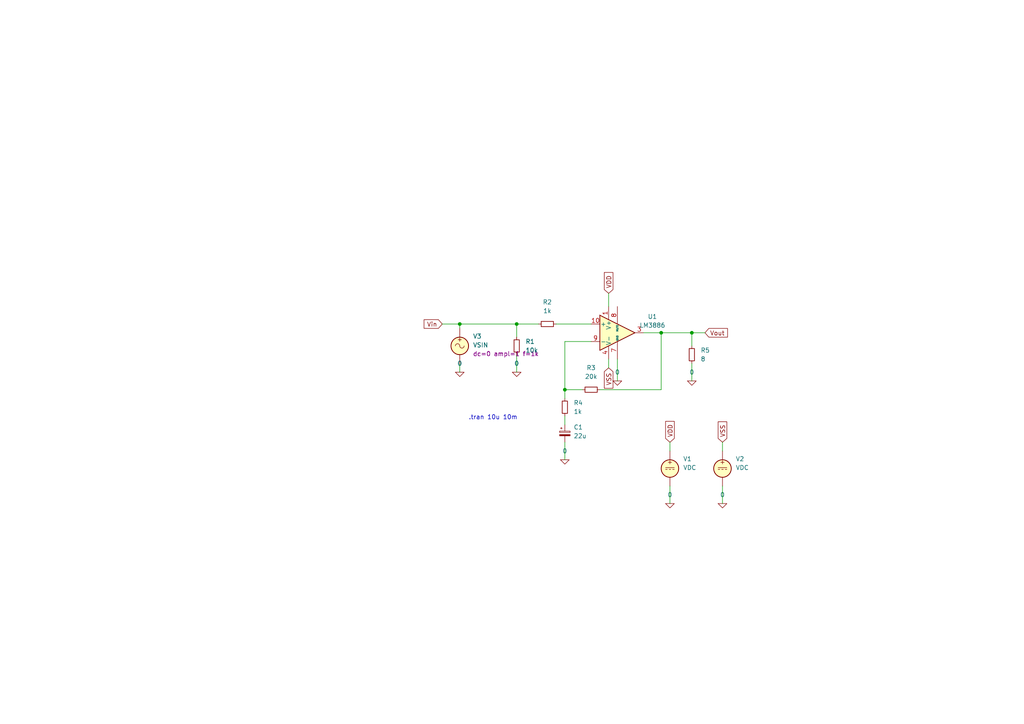
<source format=kicad_sch>
(kicad_sch (version 20230121) (generator eeschema)
  (paper "A4")
  (lib_symbols
    (symbol "Amplifier_Audio:LM3886" (pin_names (offset 0.127))
      (property "Reference" "U" (at 5.08 6.35 0))
      (property "Value" "LM3886" (at 5.08 3.81 0))
      (symbol "LM3886_0_1"
        (polyline (pts (xy -5.08 5.08) (xy 5.08 0) (xy -5.08 -5.08) (xy -5.08 5.08)) (stroke (width 0.254)) (fill (type background)))
      )
      (symbol "LM3886_1_1"
        (pin power_in line (at -2.54 7.62 270) (length 3.81) (name "V+") (number "1"))
        (pin input line (at -7.62 2.54 0) (length 2.54) (name "+") (number "10"))
        (pin no_connect line (at 2.54 2.54 270) (length 2.54) hide (name "NC") (number "11"))
        (pin no_connect line (at -2.54 2.54 270) (length 2.54) hide (name "NC") (number "2"))
        (pin output line (at 7.62 0 180) (length 2.54) (name "~") (number "3"))
        (pin power_in line (at -2.54 -7.62 90) (length 3.81) (name "V-") (number "4"))
        (pin passive line (at -2.54 7.62 270) (length 3.81) hide (name "V+") (number "5"))
        (pin no_connect line (at 0 2.54 270) (length 2.54) hide (name "NC") (number "6"))
        (pin power_in line (at 0 -7.62 90) (length 5.08) (name "GND") (number "7"))
        (pin input line (at 0 7.62 270) (length 5.08) (name "MUTE") (number "8"))
        (pin input line (at -7.62 -2.54 0) (length 2.54) (name "-") (number "9"))
      )
    )
    (symbol "Device:C_Polarized_Small" (pin_numbers hide) (pin_names (offset 0.254) hide)
      (property "Reference" "C" (at 0.254 1.778 0))
      (property "Value" "C_Polarized_Small" (at 0.254 -2.032 0))
      (symbol "C_Polarized_Small_0_1"
        (rectangle (start -1.524 -0.3048) (end 1.524 -0.6858) (fill (type outline)))
        (rectangle (start -1.524 0.6858) (end 1.524 0.3048))
        (polyline (pts (xy -1.27 1.524) (xy -0.762 1.524)))
        (polyline (pts (xy -1.016 1.27) (xy -1.016 1.778)))
      )
      (symbol "C_Polarized_Small_1_1"
        (pin passive line (at 0 2.54 270) (length 1.8542) (name "~") (number "1"))
        (pin passive line (at 0 -2.54 90) (length 1.8542) (name "~") (number "2"))
      )
    )
    (symbol "Device:R_Small" (pin_numbers hide) (pin_names (offset 0.254) hide)
      (property "Reference" "R" (at 0.762 0.508 0))
      (property "Value" "R_Small" (at 0.762 -1.016 0))
      (symbol "R_Small_0_1"
        (rectangle (start -0.762 1.778) (end 0.762 -1.778) (stroke (width 0.2032)))
      )
      (symbol "R_Small_1_1"
        (pin passive line (at 0 2.54 270) (length 0.762) (name "~") (number "1"))
        (pin passive line (at 0 -2.54 90) (length 0.762) (name "~") (number "2"))
      )
    )
    (symbol "Simulation_SPICE:VDC" (pin_numbers hide) (pin_names (offset 0.0254))
      (property "Reference" "V" (at 2.54 2.54 0))
      (property "Value" "VDC" (at 2.54 0 0))
      (property "Spice_Model" "dc(1)" (at 2.54 -2.54 0))
      (symbol "VDC_0_0"
        (polyline (pts (xy -1.27 0.254) (xy 1.27 0.254)))
        (polyline (pts (xy -0.762 -0.254) (xy -1.27 -0.254)))
        (polyline (pts (xy 0.254 -0.254) (xy -0.254 -0.254)))
        (polyline (pts (xy 1.27 -0.254) (xy 0.762 -0.254)))
        (text "+" (at 0 1.905 0) (effects (font (size 1.27 1.27))))
      )
      (symbol "VDC_0_1"
        (circle (center 0 0) (radius 2.54) (stroke (width 0.254)) (fill (type background)))
      )
      (symbol "VDC_1_1"
        (pin passive line (at 0 5.08 270) (length 2.54) (name "~") (number "1"))
        (pin passive line (at 0 -5.08 90) (length 2.54) (name "~") (number "2"))
      )
    )
    (symbol "Simulation_SPICE:VSIN" (pin_numbers hide) (pin_names (offset 0.0254))
      (property "Reference" "V" (at 2.54 2.54 0))
      (property "Value" "VSIN" (at 2.54 0 0))
      (property "Spice_Model" "sin(0 1 1k)" (at 2.54 -2.54 0))
      (symbol "VSIN_0_0"
        (arc (start 0 0) (mid -0.635 0.6323) (end -1.27 0))
        (arc (start 0 0) (mid 0.635 -0.6323) (end 1.27 0))
        (text "+" (at 0 1.905 0) (effects (font (size 1.27 1.27))))
      )
      (symbol "VSIN_0_1"
        (circle (center 0 0) (radius 2.54) (stroke (width 0.254)) (fill (type background)))
      )
      (symbol "VSIN_1_1"
        (pin passive line (at 0 5.08 270) (length 2.54) (name "~") (number "1"))
        (pin passive line (at 0 -5.08 90) (length 2.54) (name "~") (number "2"))
      )
    )
    (symbol "pspice:0" (power) (pin_names (offset 0))
      (property "Value" "0" (at 0 -1.778 0))
      (symbol "0_0_1"
        (polyline (pts (xy -1.27 0) (xy 0 -1.27) (xy 1.27 0) (xy -1.27 0)))
      )
      (symbol "0_1_1"
        (pin power_in line (at 0 0 0) (length 0) hide (name "0") (number "1"))
      )
    )
  )
  (junction (at 149.86 93.98))
  (junction (at 133.35 93.98))
  (junction (at 200.66 96.52))
  (junction (at 191.77 96.52))
  (junction (at 163.83 113.03))
  (wire (pts (xy 191.77 96.52) (xy 200.66 96.52)))
  (wire (pts (xy 176.53 104.14) (xy 176.53 106.68)))
  (wire (pts (xy 179.07 104.14) (xy 179.07 110.49)))
  (wire (pts (xy 163.83 99.06) (xy 171.45 99.06)))
  (wire (pts (xy 209.55 140.97) (xy 209.55 146.05)))
  (wire (pts (xy 194.31 140.97) (xy 194.31 146.05)))
  (wire (pts (xy 194.31 128.27) (xy 194.31 130.81)))
  (wire (pts (xy 149.86 102.87) (xy 149.86 107.95)))
  (wire (pts (xy 163.83 120.65) (xy 163.83 123.19)))
  (wire (pts (xy 191.77 113.03) (xy 173.99 113.03)))
  (wire (pts (xy 133.35 95.25) (xy 133.35 93.98)))
  (wire (pts (xy 186.69 96.52) (xy 191.77 96.52)))
  (wire (pts (xy 128.27 93.98) (xy 133.35 93.98)))
  (wire (pts (xy 163.83 113.03) (xy 163.83 115.57)))
  (wire (pts (xy 163.83 113.03) (xy 163.83 99.06)))
  (wire (pts (xy 200.66 100.33) (xy 200.66 96.52)))
  (wire (pts (xy 176.53 85.09) (xy 176.53 88.9)))
  (wire (pts (xy 133.35 105.41) (xy 133.35 107.95)))
  (wire (pts (xy 209.55 128.27) (xy 209.55 130.81)))
  (wire (pts (xy 149.86 93.98) (xy 156.21 93.98)))
  (wire (pts (xy 161.29 93.98) (xy 171.45 93.98)))
  (wire (pts (xy 163.83 128.27) (xy 163.83 133.35)))
  (wire (pts (xy 149.86 97.79) (xy 149.86 93.98)))
  (wire (pts (xy 133.35 93.98) (xy 149.86 93.98)))
  (wire (pts (xy 200.66 105.41) (xy 200.66 110.49)))
  (wire (pts (xy 168.91 113.03) (xy 163.83 113.03)))
  (wire (pts (xy 200.66 96.52) (xy 204.47 96.52)))
  (wire (pts (xy 191.77 96.52) (xy 191.77 113.03)))
  (text ".tran 10u 10m" (at 135.89 121.92 0) (effects (font (size 1.27 1.27)) (justify left bottom)))
  (global_label "Vout" (shape input) (at 204.47 96.52 0) (property "Intersheetrefs" "${INTERSHEET_REFS}" (effects hide)))
  (global_label "VDD" (shape input) (at 176.53 85.09 90) (property "Intersheetrefs" "${INTERSHEET_REFS}" (effects hide)))
  (global_label "VSS" (shape input) (at 176.53 106.68 270) (property "Intersheetrefs" "${INTERSHEET_REFS}" (effects hide)))
  (global_label "VSS" (shape input) (at 209.55 128.27 90) (property "Intersheetrefs" "${INTERSHEET_REFS}" (effects hide)))
  (global_label "VDD" (shape input) (at 194.31 128.27 90) (property "Intersheetrefs" "${INTERSHEET_REFS}" (effects hide)))
  (global_label "Vin" (shape input) (at 128.27 93.98 180) (property "Intersheetrefs" "${INTERSHEET_REFS}" (effects hide)))
  (symbol (lib_id "Amplifier_Audio:LM3886") (at 179.07 96.52 0) (unit 1)
    (property "Reference" "U1" (at 189.23 91.821 0))
    (property "Value" "LM3886" (at 189.23 94.361 0))
    (property "Footprint" "Package_TO_SOT_THT:TO-220-11_P3.4x5.08mm_StaggerOdd_Lead4.85mm_Vertical" (effects hide))
    (property "Datasheet" "http://www.ti.com/lit/ds/symlink/lm3886.pdf" (effects hide))
    (property "Sim.Library" "LM3886.lib" (effects hide))
    (property "Sim.Name" "lm3886" (effects hide))
    (property "Sim.Pins" "10=1 9=2 1=3 4=4 3=5 8=6" (effects hide))
  )
  (symbol (lib_id "pspice:0") (at 133.35 107.95 0) (unit 1)
    (property "Reference" "#GND0102" (effects hide))
    (property "Value" "0" (at 133.35 105.41 0))
  )
  (symbol (lib_id "pspice:0") (at 209.55 146.05 0) (unit 1)
    (property "Reference" "#GND0105" (effects hide))
    (property "Value" "0" (at 209.55 143.51 0))
  )
  (symbol (lib_id "Device:R_Small") (at 149.86 100.33 180) (unit 1)
    (property "Reference" "R1" (at 152.4 99.0599 0) (effects (justify right)))
    (property "Value" "10k" (at 152.4 101.5999 0) (effects (justify right)))
  )
  (symbol (lib_id "pspice:0") (at 200.66 110.49 0) (unit 1)
    (property "Reference" "#GND0106" (effects hide))
    (property "Value" "0" (at 200.66 107.95 0))
  )
  (symbol (lib_id "Device:R_Small") (at 163.83 118.11 0) (unit 1)
    (property "Reference" "R4" (at 166.37 116.8399 0) (effects (justify left)))
    (property "Value" "1k" (at 166.37 119.3799 0) (effects (justify left)))
  )
  (symbol (lib_id "Device:R_Small") (at 158.75 93.98 270) (unit 1)
    (property "Reference" "R2" (at 158.75 87.63 90))
    (property "Value" "1k" (at 158.75 90.17 90))
  )
  (symbol (lib_id "Simulation_SPICE:VDC") (at 194.31 135.89 0) (unit 1)
    (property "Reference" "V1" (at 198.12 133.1006 0) (effects (justify left)))
    (property "Value" "VDC" (at 198.12 135.6406 0) (effects (justify left)))
    (property "Sim.Device" "SPICE" (effects hide))
    (property "Sim.Params" "type=\"V\" model=\"28\" lib=\"\"" (effects hide))
    (property "Sim.Pins" "1=1 2=2" (effects hide))
  )
  (symbol (lib_id "Simulation_SPICE:VDC") (at 209.55 135.89 0) (unit 1)
    (property "Reference" "V2" (at 213.36 133.1006 0) (effects (justify left)))
    (property "Value" "VDC" (at 213.36 135.6406 0) (effects (justify left)))
    (property "Sim.Device" "SPICE" (effects hide))
    (property "Sim.Params" "type=\"V\" model=\"-28\" lib=\"\"" (effects hide))
    (property "Sim.Pins" "1=1 2=2" (effects hide))
  )
  (symbol (lib_id "Device:R_Small") (at 200.66 102.87 180) (unit 1)
    (property "Reference" "R5" (at 203.2 101.5999 0) (effects (justify right)))
    (property "Value" "8" (at 203.2 104.1399 0) (effects (justify right)))
  )
  (symbol (lib_id "Device:C_Polarized_Small") (at 163.83 125.73 0) (unit 1)
    (property "Reference" "C1" (at 166.37 123.9138 0) (effects (justify left)))
    (property "Value" "22u" (at 166.37 126.4538 0) (effects (justify left)))
  )
  (symbol (lib_id "pspice:0") (at 179.07 110.49 0) (unit 1)
    (property "Reference" "#GND0104" (effects hide))
    (property "Value" "0" (at 179.07 107.95 0))
  )
  (symbol (lib_id "pspice:0") (at 194.31 146.05 0) (unit 1)
    (property "Reference" "#GND0107" (effects hide))
    (property "Value" "0" (at 194.31 143.51 0))
  )
  (symbol (lib_id "Device:R_Small") (at 171.45 113.03 270) (unit 1)
    (property "Reference" "R3" (at 171.45 106.68 90))
    (property "Value" "20k" (at 171.45 109.22 90))
  )
  (symbol (lib_id "Simulation_SPICE:VSIN") (at 133.35 100.33 0) (unit 1)
    (property "Reference" "V3" (at 137.16 97.5406 0) (effects (justify left)))
    (property "Value" "VSIN" (at 137.16 100.0806 0) (effects (justify left)))
    (property "Sim.Device" "V" (effects hide))
    (property "Sim.Type" "SIN" (effects hide))
    (property "Sim.Params" "dc=0 ampl=1 f=1k" (at 137.16 102.6206 0) (effects (justify left)))
    (property "Sim.Pins" "1=+ 2=-" (effects hide))
  )
  (symbol (lib_id "pspice:0") (at 149.86 107.95 0) (unit 1)
    (property "Reference" "#GND0103" (effects hide))
    (property "Value" "0" (at 149.86 105.41 0))
  )
  (symbol (lib_id "pspice:0") (at 163.83 133.35 0) (unit 1)
    (property "Reference" "#GND0101" (effects hide))
    (property "Value" "0" (at 163.83 130.81 0))
  )
)
</source>
